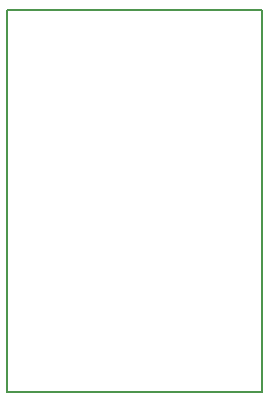
<source format=gbr>
G04 #@! TF.FileFunction,Profile,NP*
%FSLAX46Y46*%
G04 Gerber Fmt 4.6, Leading zero omitted, Abs format (unit mm)*
G04 Created by KiCad (PCBNEW 4.0.5) date 02/08/17 01:10:26*
%MOMM*%
%LPD*%
G01*
G04 APERTURE LIST*
%ADD10C,0.100000*%
%ADD11C,0.150000*%
G04 APERTURE END LIST*
D10*
D11*
X163195000Y-110490000D02*
X141605000Y-110490000D01*
X163195000Y-78105000D02*
X163195000Y-110490000D01*
X141605000Y-78105000D02*
X163195000Y-78105000D01*
X141605000Y-110490000D02*
X141605000Y-78105000D01*
M02*

</source>
